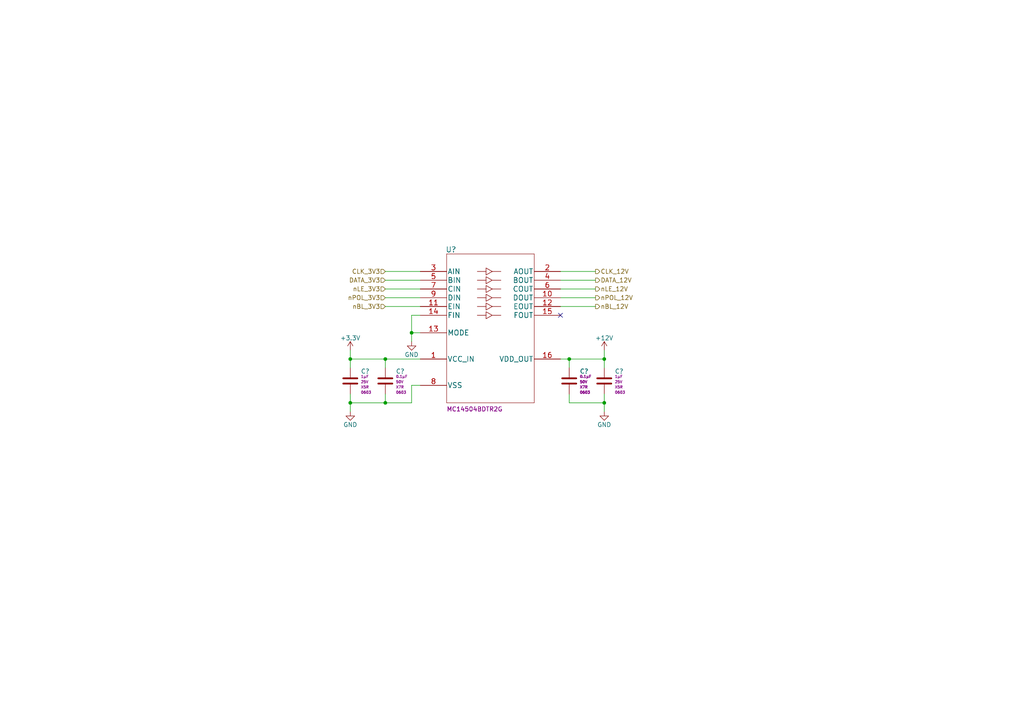
<source format=kicad_sch>
(kicad_sch (version 20211123) (generator eeschema)
  (paper "A4")
  (lib_symbols
    (symbol "arjun_symbols:CAP_CER_0u1_50V_X7R_0603" (pin_numbers hide) (pin_names (offset 0.254))
      (property "Reference" "C" (at 3.048 -1.016 0))
      (property "Capacitance" "0.1µF" (at 3.048 -2.54 0))
      (property "Voltage" "50V" (at 3.048 -4.064 0))
      (property "Package" "0603" (at 3.048 -7.112 0))
      (property "Temp Co" "X7R" (at 3.048 -5.588 0))
      (symbol "CAP_CER_0u1_50V_X7R_0603_0_1"
        (polyline (pts (xy -2.032 -4.572) (xy 2.032 -4.572)) (stroke (width 0.508)))
        (polyline (pts (xy -2.032 -3.048) (xy 2.032 -3.048)) (stroke (width 0.508)))
      )
      (symbol "CAP_CER_0u1_50V_X7R_0603_1_1"
        (pin passive line (at 0 0 270) (length 2.794) (name "~") (number "1"))
        (pin passive line (at 0 -7.62 90) (length 2.794) (name "~") (number "2"))
      )
    )
    (symbol "arjun_symbols:CAP_CER_1u_25V_X5R_0603" (pin_numbers hide) (pin_names (offset 0.254))
      (property "Reference" "C" (at 3.048 -1.016 0))
      (property "Capacitance" "1µF" (at 3.048 -2.54 0))
      (property "Voltage" "25V" (at 3.048 -4.064 0))
      (property "Package" "0603" (at 3.048 -7.112 0))
      (property "Temp Co" "X5R" (at 3.048 -5.588 0))
      (symbol "CAP_CER_1u_25V_X5R_0603_0_1"
        (polyline (pts (xy -2.032 -4.572) (xy 2.032 -4.572)) (stroke (width 0.508)))
        (polyline (pts (xy -2.032 -3.048) (xy 2.032 -3.048)) (stroke (width 0.508)))
      )
      (symbol "CAP_CER_1u_25V_X5R_0603_1_1"
        (pin passive line (at 0 0 270) (length 2.794) (name "~") (number "1"))
        (pin passive line (at 0 -7.62 90) (length 2.794) (name "~") (number "2"))
      )
    )
    (symbol "arjun_symbols:IC_LVL_MC14504BDTR2G" (pin_names (offset 0.254))
      (property "Reference" "U" (at 8.89 6.35 0))
      (property "ManufacturerPN" "MC14504BDTR2G" (at 7.62 -40.64 0))
      (symbol "IC_LVL_MC14504BDTR2G_0_1"
        (polyline (pts (xy 16.51 -12.7) (xy 19.05 -12.7)))
        (polyline (pts (xy 16.51 -10.16) (xy 19.05 -10.16)))
        (polyline (pts (xy 16.51 -7.62) (xy 19.05 -7.62)))
        (polyline (pts (xy 16.51 -5.08) (xy 19.05 -5.08)))
        (polyline (pts (xy 16.51 -2.54) (xy 19.05 -2.54)))
        (polyline (pts (xy 16.51 0) (xy 19.05 0)))
        (polyline (pts (xy 20.828 -12.7) (xy 23.368 -12.7)))
        (polyline (pts (xy 20.828 -10.16) (xy 23.368 -10.16)))
        (polyline (pts (xy 20.828 -7.62) (xy 23.368 -7.62)))
        (polyline (pts (xy 20.828 -5.08) (xy 23.368 -5.08)))
        (polyline (pts (xy 20.828 -2.54) (xy 23.368 -2.54)))
        (polyline (pts (xy 20.828 0) (xy 23.368 0)))
      )
      (symbol "IC_LVL_MC14504BDTR2G_1_1"
        (polyline (pts (xy 7.62 -38.1) (xy 33.02 -38.1)) (stroke (width 0.127)))
        (polyline (pts (xy 7.62 5.08) (xy 7.62 -38.1)) (stroke (width 0.127)))
        (polyline (pts (xy 33.02 -38.1) (xy 33.02 5.08)) (stroke (width 0.127)))
        (polyline (pts (xy 33.02 5.08) (xy 7.62 5.08)) (stroke (width 0.127)))
        (polyline (pts (xy 20.828 -12.7) (xy 19.05 -13.716) (xy 19.05 -11.684) (xy 20.828 -12.7)))
        (polyline (pts (xy 20.828 -10.16) (xy 19.05 -11.176) (xy 19.05 -9.144) (xy 20.828 -10.16)))
        (polyline (pts (xy 20.828 -7.62) (xy 19.05 -8.636) (xy 19.05 -6.604) (xy 20.828 -7.62)))
        (polyline (pts (xy 20.828 -5.08) (xy 19.05 -6.096) (xy 19.05 -4.064) (xy 20.828 -5.08)))
        (polyline (pts (xy 20.828 -2.54) (xy 19.05 -3.556) (xy 19.05 -1.524) (xy 20.828 -2.54)))
        (polyline (pts (xy 20.828 0) (xy 19.05 -1.016) (xy 19.05 1.016) (xy 20.828 0)))
        (pin power_in line (at 0 -25.4 0) (length 7.62) (name "VCC_IN") (number "1"))
        (pin output line (at 40.64 -7.62 180) (length 7.62) (name "DOUT") (number "10"))
        (pin input line (at 0 -10.16 0) (length 7.62) (name "EIN") (number "11"))
        (pin output line (at 40.64 -10.16 180) (length 7.62) (name "EOUT") (number "12"))
        (pin input line (at 0 -17.78 0) (length 7.62) (name "MODE") (number "13"))
        (pin input line (at 0 -12.7 0) (length 7.62) (name "FIN") (number "14"))
        (pin output line (at 40.64 -12.7 180) (length 7.62) (name "FOUT") (number "15"))
        (pin power_in line (at 40.64 -25.4 180) (length 7.62) (name "VDD_OUT") (number "16"))
        (pin output line (at 40.64 0 180) (length 7.62) (name "AOUT") (number "2"))
        (pin input line (at 0 0 0) (length 7.62) (name "AIN") (number "3"))
        (pin output line (at 40.64 -2.54 180) (length 7.62) (name "BOUT") (number "4"))
        (pin input line (at 0 -2.54 0) (length 7.62) (name "BIN") (number "5"))
        (pin output line (at 40.64 -5.08 180) (length 7.62) (name "COUT") (number "6"))
        (pin input line (at 0 -5.08 0) (length 7.62) (name "CIN") (number "7"))
        (pin power_in line (at 0 -33.02 0) (length 7.62) (name "VSS") (number "8"))
        (pin input line (at 0 -7.62 0) (length 7.62) (name "DIN") (number "9"))
      )
    )
    (symbol "power:+12V" (power) (pin_names (offset 0))
      (property "Value" "+12V" (at 0 3.556 0))
      (symbol "+12V_0_1"
        (polyline (pts (xy -0.762 1.27) (xy 0 2.54)))
        (polyline (pts (xy 0 0) (xy 0 2.54)))
        (polyline (pts (xy 0 2.54) (xy 0.762 1.27)))
      )
      (symbol "+12V_1_1"
        (pin power_in line (at 0 0 90) (length 0) hide (name "+12V") (number "1"))
      )
    )
    (symbol "power:+3.3V" (power) (pin_names (offset 0))
      (property "Value" "+3.3V" (at 0 3.556 0))
      (symbol "+3.3V_0_1"
        (polyline (pts (xy -0.762 1.27) (xy 0 2.54)))
        (polyline (pts (xy 0 0) (xy 0 2.54)))
        (polyline (pts (xy 0 2.54) (xy 0.762 1.27)))
      )
      (symbol "+3.3V_1_1"
        (pin power_in line (at 0 0 90) (length 0) hide (name "+3.3V") (number "1"))
      )
    )
    (symbol "power:GND" (power) (pin_names (offset 0))
      (property "Value" "GND" (at 0 -3.81 0))
      (symbol "GND_0_1"
        (polyline (pts (xy 0 0) (xy 0 -1.27) (xy 1.27 -1.27) (xy 0 -2.54) (xy -1.27 -1.27) (xy 0 -1.27)))
      )
      (symbol "GND_1_1"
        (pin power_in line (at 0 0 270) (length 0) hide (name "GND") (number "1"))
      )
    )
  )
  (junction (at 111.76 104.14))
  (junction (at 111.76 116.84))
  (junction (at 175.26 116.84))
  (junction (at 119.38 96.52))
  (junction (at 101.6 116.84))
  (junction (at 165.1 104.14))
  (junction (at 175.26 104.14))
  (junction (at 101.6 104.14))
  (no_connect (at 162.56 91.44))
  (wire (pts (xy 119.38 99.06) (xy 119.38 96.52)))
  (wire (pts (xy 175.26 114.3) (xy 175.26 116.84)))
  (wire (pts (xy 111.76 88.9) (xy 121.92 88.9)))
  (wire (pts (xy 119.38 96.52) (xy 121.92 96.52)))
  (wire (pts (xy 162.56 88.9) (xy 172.72 88.9)))
  (wire (pts (xy 101.6 119.38) (xy 101.6 116.84)))
  (wire (pts (xy 111.76 106.68) (xy 111.76 104.14)))
  (wire (pts (xy 162.56 78.74) (xy 172.72 78.74)))
  (wire (pts (xy 175.26 101.6) (xy 175.26 104.14)))
  (wire (pts (xy 101.6 104.14) (xy 111.76 104.14)))
  (wire (pts (xy 162.56 83.82) (xy 172.72 83.82)))
  (wire (pts (xy 162.56 86.36) (xy 172.72 86.36)))
  (wire (pts (xy 121.92 91.44) (xy 119.38 91.44)))
  (wire (pts (xy 175.26 104.14) (xy 165.1 104.14)))
  (wire (pts (xy 175.26 116.84) (xy 175.26 119.38)))
  (wire (pts (xy 121.92 111.76) (xy 119.38 111.76)))
  (wire (pts (xy 175.26 104.14) (xy 175.26 106.68)))
  (wire (pts (xy 119.38 116.84) (xy 111.76 116.84)))
  (wire (pts (xy 175.26 116.84) (xy 165.1 116.84)))
  (wire (pts (xy 111.76 81.28) (xy 121.92 81.28)))
  (wire (pts (xy 165.1 106.68) (xy 165.1 104.14)))
  (wire (pts (xy 165.1 114.3) (xy 165.1 116.84)))
  (wire (pts (xy 111.76 78.74) (xy 121.92 78.74)))
  (wire (pts (xy 119.38 91.44) (xy 119.38 96.52)))
  (wire (pts (xy 101.6 116.84) (xy 111.76 116.84)))
  (wire (pts (xy 111.76 83.82) (xy 121.92 83.82)))
  (wire (pts (xy 101.6 114.3) (xy 101.6 116.84)))
  (wire (pts (xy 111.76 116.84) (xy 111.76 114.3)))
  (wire (pts (xy 111.76 104.14) (xy 121.92 104.14)))
  (wire (pts (xy 101.6 104.14) (xy 101.6 106.68)))
  (wire (pts (xy 162.56 81.28) (xy 172.72 81.28)))
  (wire (pts (xy 119.38 111.76) (xy 119.38 116.84)))
  (wire (pts (xy 111.76 86.36) (xy 121.92 86.36)))
  (wire (pts (xy 101.6 101.6) (xy 101.6 104.14)))
  (wire (pts (xy 162.56 104.14) (xy 165.1 104.14)))
  (hierarchical_label "nLE_3V3" (shape input) (at 111.76 83.82 180))
  (hierarchical_label "DATA_12V" (shape output) (at 172.72 81.28 0))
  (hierarchical_label "CLK_3V3" (shape input) (at 111.76 78.74 180))
  (hierarchical_label "nPOL_3V3" (shape input) (at 111.76 86.36 180))
  (hierarchical_label "CLK_12V" (shape output) (at 172.72 78.74 0))
  (hierarchical_label "DATA_3V3" (shape input) (at 111.76 81.28 180))
  (hierarchical_label "nLE_12V" (shape output) (at 172.72 83.82 0))
  (hierarchical_label "nBL_3V3" (shape input) (at 111.76 88.9 180))
  (hierarchical_label "nPOL_12V" (shape output) (at 172.72 86.36 0))
  (hierarchical_label "nBL_12V" (shape output) (at 172.72 88.9 0))
  (symbol (lib_id "arjun_symbols:CAP_CER_1u_25V_X5R_0603") (at 175.26 106.68 0) (unit 1)
    (property "Reference" "C?" (at 178.308 107.696 0) (effects (justify left)))
    (property "Value" "CAP_CER_1u_25V_X5R_0603" (effects hide))
    (property "Footprint" "Capacitor_SMD:C_0603_1608Metric" (effects hide))
    (property "Datasheet" "https://www.yageo.com/upload/media/product/productsearch/datasheet/mlcc/UPY-GPHC_X5R_4V-to-50V_26.pdf" (effects hide))
    (property "Manufacturer" "YAGEO" (effects hide))
    (property "ManufacturerPN" "CC0603KRX5R8BB105" (effects hide))
    (property "Vendor" "Digi-Key" (effects hide))
    (property "VendorPN" "311-1445-1-ND" (effects hide))
    (property "Capacitance" "1µF" (at 178.308 109.22 0) (effects (font (size 0.762 0.762)) (justify left)))
    (property "Voltage" "25V" (at 178.308 110.744 0) (effects (font (size 0.762 0.762)) (justify left)))
    (property "Package" "0603" (at 178.308 113.792 0) (effects (font (size 0.762 0.762)) (justify left)))
    (property "Temp Co" "X5R" (at 178.308 112.268 0) (effects (font (size 0.762 0.762)) (justify left)))
  )
  (symbol (lib_id "arjun_symbols:CAP_CER_1u_25V_X5R_0603") (at 101.6 106.68 0) (unit 1)
    (property "Reference" "C?" (at 104.648 107.696 0) (effects (justify left)))
    (property "Value" "CAP_CER_1u_25V_X5R_0603" (effects hide))
    (property "Footprint" "Capacitor_SMD:C_0603_1608Metric" (effects hide))
    (property "Datasheet" "https://www.yageo.com/upload/media/product/productsearch/datasheet/mlcc/UPY-GPHC_X5R_4V-to-50V_26.pdf" (effects hide))
    (property "Manufacturer" "YAGEO" (effects hide))
    (property "ManufacturerPN" "CC0603KRX5R8BB105" (effects hide))
    (property "Vendor" "Digi-Key" (effects hide))
    (property "VendorPN" "311-1445-1-ND" (effects hide))
    (property "Capacitance" "1µF" (at 104.648 109.22 0) (effects (font (size 0.762 0.762)) (justify left)))
    (property "Voltage" "25V" (at 104.648 110.744 0) (effects (font (size 0.762 0.762)) (justify left)))
    (property "Package" "0603" (at 104.648 113.792 0) (effects (font (size 0.762 0.762)) (justify left)))
    (property "Temp Co" "X5R" (at 104.648 112.268 0) (effects (font (size 0.762 0.762)) (justify left)))
  )
  (symbol (lib_id "power:GND") (at 119.38 99.06 0) (unit 1)
    (property "Reference" "#PWR?" (effects hide))
    (property "Value" "GND" (at 119.38 102.87 0))
  )
  (symbol (lib_id "power:+3.3V") (at 101.6 101.6 0) (unit 1)
    (property "Reference" "#PWR?" (effects hide))
    (property "Value" "+3.3V" (at 101.6 98.044 0))
  )
  (symbol (lib_id "arjun_symbols:IC_LVL_MC14504BDTR2G") (at 121.92 78.74 0) (unit 1)
    (property "Reference" "U?" (at 130.81 72.39 0) (effects (font (size 1.524 1.524))))
    (property "Value" "IC_LVL_MC14504BDTR2G" (effects hide))
    (property "Footprint" "arjun_footprints:MC14504BDTR2G" (effects hide))
    (property "Datasheet" "https://www.onsemi.com/pdf/datasheet/mc14504b-d.pdf" (effects hide))
    (property "Manufacturer" "onsemi" (effects hide))
    (property "ManufacturerPN" "MC14504BDTR2G" (at 129.54 119.38 0) (effects (justify left bottom)))
    (property "Vendor" "Digi-Key" (effects hide))
    (property "VendorPN" "MC14504BDTR2GOSCT-ND" (effects hide))
  )
  (symbol (lib_id "power:GND") (at 101.6 119.38 0) (unit 1)
    (property "Reference" "#PWR?" (effects hide))
    (property "Value" "GND" (at 101.6 123.19 0))
  )
  (symbol (lib_id "arjun_symbols:CAP_CER_0u1_50V_X7R_0603") (at 111.76 106.68 0) (unit 1)
    (property "Reference" "C?" (at 114.808 107.696 0) (effects (justify left)))
    (property "Value" "CAP_CER_0u1_50V_X7R_0603" (effects hide))
    (property "Footprint" "Capacitor_SMD:C_0603_1608Metric" (effects hide))
    (property "Datasheet" "https://search.murata.co.jp/Ceramy/image/img/A01X/G101/ENG/GRM21BR61H475KE51-01.pdf" (effects hide))
    (property "Manufacturer" "Samsung Electro-Mechanics" (effects hide))
    (property "ManufacturerPN" "CL10B104KB8NNNC" (effects hide))
    (property "Vendor" "Digi-Key" (effects hide))
    (property "VendorPN" "1276-1000-1-ND" (effects hide))
    (property "Capacitance" "0.1µF" (at 114.808 109.22 0) (effects (font (size 0.762 0.762)) (justify left)))
    (property "Voltage" "50V" (at 114.808 110.744 0) (effects (font (size 0.762 0.762)) (justify left)))
    (property "Package" "0603" (at 114.808 113.792 0) (effects (font (size 0.762 0.762)) (justify left)))
    (property "Temp Co" "X7R" (at 114.808 112.268 0) (effects (font (size 0.762 0.762)) (justify left)))
  )
  (symbol (lib_id "power:+12V") (at 175.26 101.6 0) (unit 1)
    (property "Reference" "#PWR?" (effects hide))
    (property "Value" "+12V" (at 175.26 98.044 0))
  )
  (symbol (lib_id "arjun_symbols:CAP_CER_0u1_50V_X7R_0603") (at 165.1 106.68 0) (unit 1)
    (property "Reference" "C?" (at 168.148 107.696 0) (effects (justify left)))
    (property "Value" "CAP_CER_0u1_50V_X7R_0603" (effects hide))
    (property "Footprint" "Capacitor_SMD:C_0603_1608Metric" (effects hide))
    (property "Datasheet" "https://search.murata.co.jp/Ceramy/image/img/A01X/G101/ENG/GRM21BR61H475KE51-01.pdf" (effects hide))
    (property "Manufacturer" "Samsung Electro-Mechanics" (effects hide))
    (property "ManufacturerPN" "CL10B104KB8NNNC" (effects hide))
    (property "Vendor" "Digi-Key" (effects hide))
    (property "VendorPN" "1276-1000-1-ND" (effects hide))
    (property "Capacitance" "0.1µF" (at 168.148 109.22 0) (effects (font (size 0.762 0.762)) (justify left)))
    (property "Voltage" "50V" (at 168.148 110.744 0) (effects (font (size 0.762 0.762)) (justify left)))
    (property "Package" "0603" (at 168.148 113.792 0) (effects (font (size 0.762 0.762)) (justify left)))
    (property "Temp Co" "X7R" (at 168.148 112.268 0) (effects (font (size 0.762 0.762)) (justify left)))
  )
  (symbol (lib_id "power:GND") (at 175.26 119.38 0) (unit 1)
    (property "Reference" "#PWR?" (effects hide))
    (property "Value" "GND" (at 175.26 123.19 0))
  )
)
</source>
